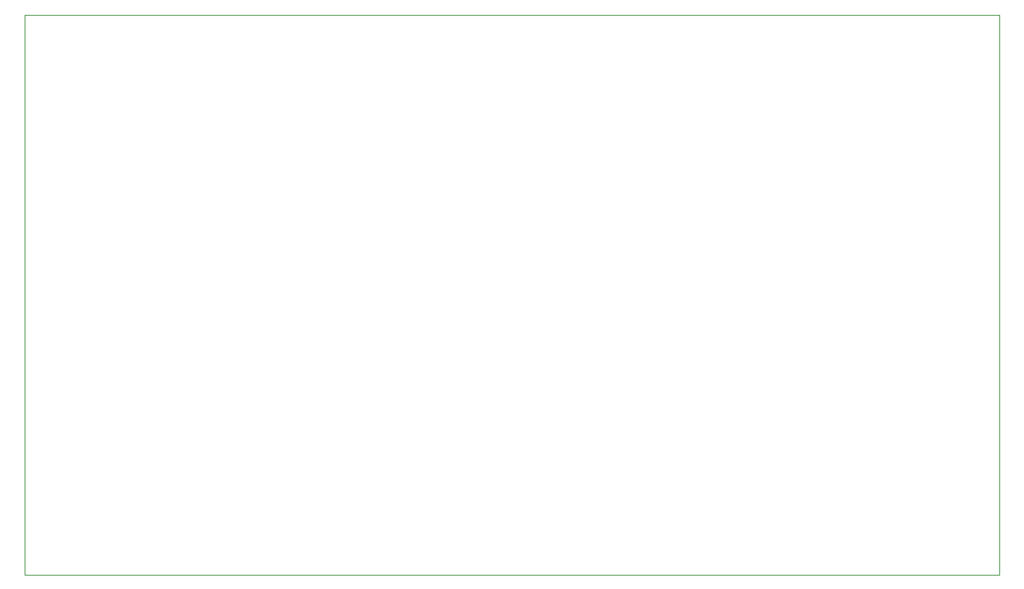
<source format=gbr>
G04 #@! TF.GenerationSoftware,KiCad,Pcbnew,5.1.5-52549c5~86~ubuntu18.04.1*
G04 #@! TF.CreationDate,2020-05-20T16:48:26+05:30*
G04 #@! TF.ProjectId,Resp2,52657370-322e-46b6-9963-61645f706362,rev?*
G04 #@! TF.SameCoordinates,Original*
G04 #@! TF.FileFunction,Profile,NP*
%FSLAX46Y46*%
G04 Gerber Fmt 4.6, Leading zero omitted, Abs format (unit mm)*
G04 Created by KiCad (PCBNEW 5.1.5-52549c5~86~ubuntu18.04.1) date 2020-05-20 16:48:26*
%MOMM*%
%LPD*%
G04 APERTURE LIST*
%ADD10C,0.100000*%
G04 APERTURE END LIST*
D10*
X123190000Y-12700000D02*
X123190000Y-76200000D01*
X12700000Y-12700000D02*
X123190000Y-12700000D01*
X12700000Y-76200000D02*
X12700000Y-12700000D01*
X123190000Y-76200000D02*
X12700000Y-76200000D01*
M02*

</source>
